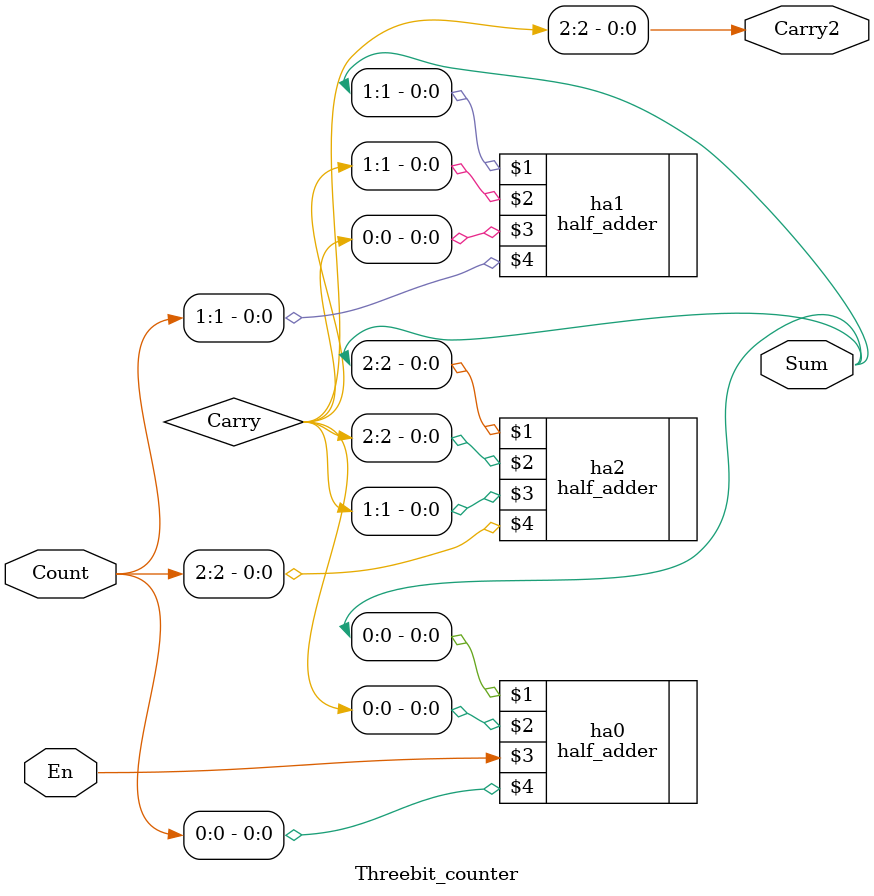
<source format=v>
`timescale 1ns / 1ps
`default_nettype none

/* This module descibes a simple 3-bit up-counter using
   half-adder modules built into previous step */

module up_counter(Count, Carry2, En, Clk, Rst);
    // count output needs to be a reg
    output reg [2:0] Count;
    output wire Carry2;
    input wire En, Clk, Rst;
    
    // intermediate nests
    wire [2:0] Carry, Sum;
    
    Threebit_counter UC1(Sum, Carry2, Count, En);
    
    always@ (posedge Clk or posedge Rst)
        if (Rst) // if Rst == 1`b1
            Count <= 0; // reset count
        else
            Count <= Sum;
endmodule

module Threebit_counter(Sum, Carry2, Count, En);
    input wire En;
    input wire [2:0] Count;
    output wire [2:0] Sum;
    output wire Carry2;
    wire [2:0] Carry;
    
    // S, Cout, A, B
    half_adder ha0(Sum[0], Carry[0], En, Count[0]);
    half_adder ha1(Sum[1], Carry[1], Carry[0], Count[1]);
    half_adder ha2(Sum[2], Carry[2], Carry[1], Count[2]);
    
    assign Carry2 = Carry[2];
    
endmodule    
</source>
